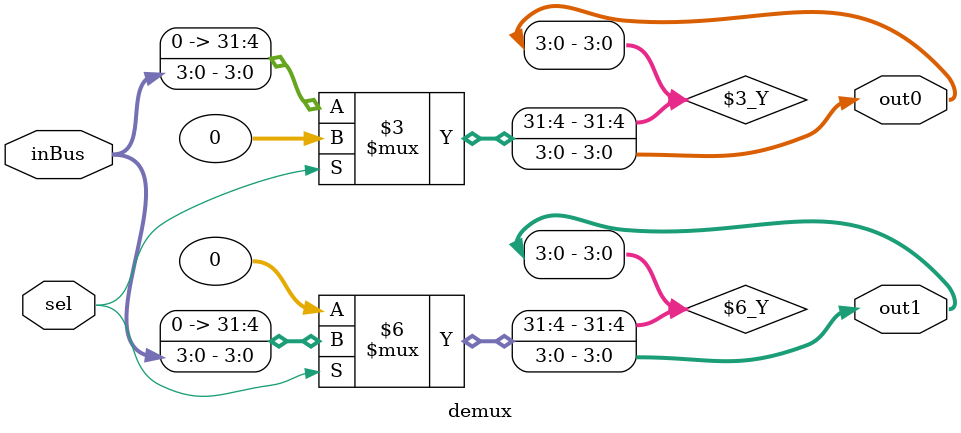
<source format=v>
module demux (input sel, input [3:0] inBus, output [3:0] out0, out1);

	assign out0 = (sel == 0) ? inBus : 0;
	assign out1 = (sel == 1) ? inBus : 0;

endmodule

</source>
